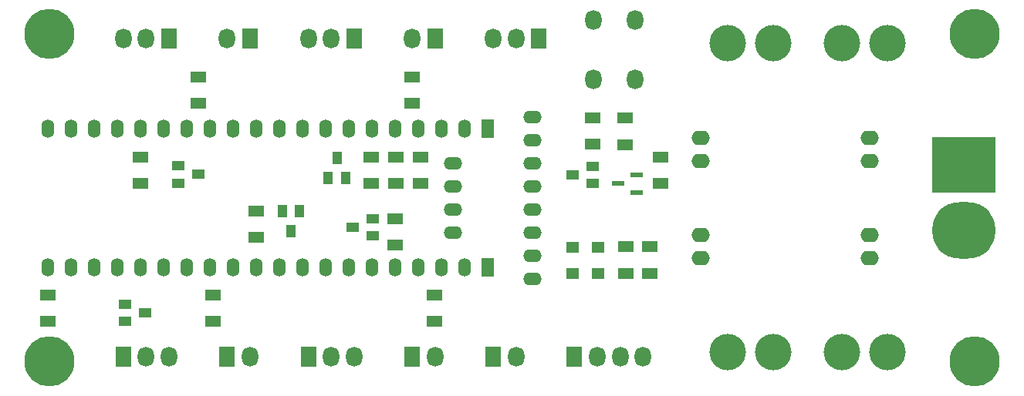
<source format=gbr>
%TF.GenerationSoftware,Altium Limited,Altium Designer,23.6.0 (18)*%
G04 Layer_Color=255*
%FSLAX45Y45*%
%MOMM*%
%TF.SameCoordinates,8109348C-C8A1-492E-8D21-29312D9C8BDA*%
%TF.FilePolarity,Positive*%
%TF.FileFunction,Pads,Bot*%
%TF.Part,Single*%
G01*
G75*
%TA.AperFunction,ViaPad*%
%ADD14C,5.50000*%
%TA.AperFunction,ComponentPad*%
%ADD15O,1.80000X2.20000*%
%ADD16O,1.80000X2.20000*%
%ADD17C,4.00000*%
%ADD18R,7.00000X6.20000*%
%ADD19O,7.00000X6.20000*%
%ADD20R,1.80000X2.20000*%
%ADD21O,2.00000X1.40000*%
%ADD22O,2.00000X1.60000*%
%ADD23O,1.40000X2.00000*%
%ADD24R,1.40000X2.00000*%
%TA.AperFunction,SMDPad,CuDef*%
%ADD40R,1.80000X1.15000*%
%ADD41R,1.40000X1.20000*%
%ADD42R,1.32080X0.55880*%
%ADD43R,1.40000X1.00000*%
%ADD44R,1.00000X1.40000*%
D14*
X10450000Y300000D02*
D03*
Y3900000D02*
D03*
X300000D02*
D03*
Y300000D02*
D03*
D15*
X6272500Y4050000D02*
D03*
X6722500Y4050000D02*
D03*
X6272500Y3400000D02*
D03*
X6722500D02*
D03*
D16*
X2248512Y3850000D02*
D03*
X4530512Y349999D02*
D03*
X2500512D02*
D03*
X4278512Y3850000D02*
D03*
X5420512Y349999D02*
D03*
X6560512D02*
D03*
X6810512D02*
D03*
X6310512D02*
D03*
X3390512Y3850000D02*
D03*
X3140512D02*
D03*
X1360100D02*
D03*
X1110100D02*
D03*
X5420512D02*
D03*
X5170512D02*
D03*
X3390512Y349999D02*
D03*
X3640512D02*
D03*
X1360100D02*
D03*
X1610100D02*
D03*
D17*
X9495000Y3800000D02*
D03*
X8995000D02*
D03*
X8240000D02*
D03*
X7740000D02*
D03*
Y400000D02*
D03*
X8240000D02*
D03*
X8995000D02*
D03*
X9495000D02*
D03*
D18*
X10330000Y2460000D02*
D03*
D19*
Y1740000D02*
D03*
D20*
X2250512Y349999D02*
D03*
X6060512D02*
D03*
X4528512Y3850000D02*
D03*
X3640512D02*
D03*
X2498512D02*
D03*
X1610100D02*
D03*
X5670512D02*
D03*
X3140512Y349999D02*
D03*
X4280512D02*
D03*
X1110100D02*
D03*
X5170512D02*
D03*
D21*
X5600000Y2989000D02*
D03*
Y2735000D02*
D03*
Y2481000D02*
D03*
Y2227000D02*
D03*
Y1973000D02*
D03*
Y1719000D02*
D03*
Y1465000D02*
D03*
Y1211000D02*
D03*
X4724400Y1973000D02*
D03*
Y1719000D02*
D03*
Y2227000D02*
D03*
Y2481000D02*
D03*
D22*
X9296800Y2759300D02*
D03*
Y1438500D02*
D03*
Y2505300D02*
D03*
X7442600Y1438500D02*
D03*
Y1692500D02*
D03*
X9296800D02*
D03*
X7442600Y2759300D02*
D03*
Y2505300D02*
D03*
D23*
X787400Y1338000D02*
D03*
X279400D02*
D03*
X533400D02*
D03*
X1295400D02*
D03*
X1041400D02*
D03*
X1803400D02*
D03*
X2057400D02*
D03*
X2819400D02*
D03*
X2311400D02*
D03*
X2565400D02*
D03*
X1549400D02*
D03*
X533400Y2862000D02*
D03*
X279400D02*
D03*
X787400D02*
D03*
X1549400D02*
D03*
X1041400D02*
D03*
X1295400D02*
D03*
X1803400D02*
D03*
X2565400D02*
D03*
X2057400D02*
D03*
X2311400D02*
D03*
X3327400Y1338000D02*
D03*
X3073400D02*
D03*
X4089400D02*
D03*
X3581400D02*
D03*
X3835400D02*
D03*
X4597400D02*
D03*
X4343400D02*
D03*
X4851400D02*
D03*
X3327400Y2862000D02*
D03*
X2819400D02*
D03*
X3073400D02*
D03*
X4089400D02*
D03*
X3581400D02*
D03*
X3835400D02*
D03*
X4343400D02*
D03*
X4597400D02*
D03*
X4851400D02*
D03*
D24*
X5105400Y1338000D02*
D03*
Y2862000D02*
D03*
D40*
X7004994Y2255004D02*
D03*
Y2545004D02*
D03*
X6617500Y2684987D02*
D03*
Y2974987D02*
D03*
X6260006Y2977487D02*
D03*
Y2687487D02*
D03*
X4280018Y3140000D02*
D03*
Y3430000D02*
D03*
X4527520Y1030000D02*
D03*
Y740000D02*
D03*
X2565001Y1952499D02*
D03*
Y1662499D02*
D03*
X282500Y740001D02*
D03*
Y1030000D02*
D03*
X1295000Y2260000D02*
D03*
Y2550000D02*
D03*
X6624597Y1560000D02*
D03*
Y1270000D02*
D03*
X3830000Y2260000D02*
D03*
Y2550000D02*
D03*
X2095000Y740000D02*
D03*
Y1030000D02*
D03*
X1934997Y3430000D02*
D03*
Y3140000D02*
D03*
X6884989Y1270000D02*
D03*
Y1560000D02*
D03*
X4101252Y2550000D02*
D03*
Y2260000D02*
D03*
X4372503Y2550000D02*
D03*
X4372504Y2260000D02*
D03*
X4089998Y1577496D02*
D03*
X4089998Y1867496D02*
D03*
D41*
X6317497Y1269999D02*
D03*
Y1554999D02*
D03*
X6037501Y1269997D02*
D03*
Y1554998D02*
D03*
D42*
X6739100Y2349996D02*
D03*
Y2159996D02*
D03*
X6535900Y2254996D02*
D03*
D43*
X6039999Y2349991D02*
D03*
X6259999Y2444991D02*
D03*
X1712502Y2261500D02*
D03*
X1932502Y2356500D02*
D03*
X3850000Y1868496D02*
D03*
X3630000Y1773496D02*
D03*
X1125000Y740001D02*
D03*
X1345000Y835001D02*
D03*
X6259999Y2254991D02*
D03*
X1712502Y2451500D02*
D03*
X3850000Y1678496D02*
D03*
X1125000Y930001D02*
D03*
D44*
X2855000Y1950000D02*
D03*
X3550000Y2316500D02*
D03*
X3455000Y2536500D02*
D03*
X2950000Y1730000D02*
D03*
X3045000Y1950000D02*
D03*
X3360000Y2316500D02*
D03*
%TF.MD5,126ce01461d35f6efd3e6496d07663da*%
M02*

</source>
